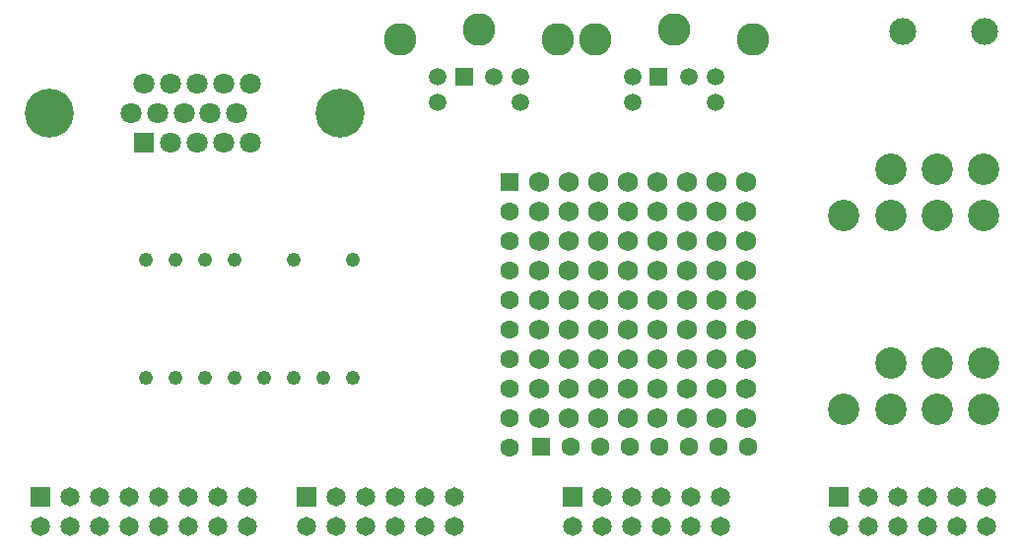
<source format=gbs>
%FSLAX25Y25*%
%MOIN*%
G70*
G01*
G75*
G04 Layer_Color=16711935*
%ADD10R,0.03150X0.03347*%
%ADD11R,0.02362X0.04724*%
%ADD12R,0.03347X0.03150*%
%ADD13R,0.08661X0.11024*%
%ADD14R,0.11024X0.11024*%
%ADD15C,0.00600*%
%ADD16C,0.01200*%
%ADD17C,0.00800*%
%ADD18C,0.06000*%
%ADD19R,0.05500X0.05500*%
%ADD20C,0.05500*%
%ADD21R,0.05500X0.05500*%
%ADD22C,0.05700*%
%ADD23R,0.05700X0.05700*%
%ADD24C,0.10236*%
%ADD25C,0.05118*%
%ADD26R,0.05118X0.05118*%
%ADD27C,0.04000*%
%ADD28C,0.06299*%
%ADD29R,0.06299X0.06299*%
%ADD30C,0.15748*%
%ADD31C,0.11575*%
%ADD32C,0.09843*%
%ADD33C,0.08300*%
%ADD34C,0.02700*%
%ADD35C,0.00984*%
%ADD36C,0.05906*%
%ADD37C,0.00600*%
%ADD38C,0.01000*%
%ADD39C,0.00100*%
%ADD40C,0.00787*%
%ADD41C,0.00591*%
%ADD42R,0.03950X0.04147*%
%ADD43R,0.03162X0.05524*%
%ADD44R,0.04147X0.03950*%
%ADD45R,0.09461X0.11824*%
%ADD46R,0.11824X0.11824*%
%ADD47C,0.06800*%
%ADD48R,0.06300X0.06300*%
%ADD49C,0.06300*%
%ADD50R,0.06300X0.06300*%
%ADD51C,0.06500*%
%ADD52R,0.06500X0.06500*%
%ADD53C,0.11036*%
%ADD54C,0.05918*%
%ADD55R,0.05918X0.05918*%
%ADD56C,0.04800*%
%ADD57C,0.07099*%
%ADD58R,0.07099X0.07099*%
%ADD59C,0.16548*%
%ADD60C,0.10642*%
%ADD61C,0.09100*%
D47*
X178756Y126800D02*
D03*
X188756D02*
D03*
X198756D02*
D03*
X208756D02*
D03*
X218756D02*
D03*
X228756D02*
D03*
X238756D02*
D03*
X248756D02*
D03*
Y116800D02*
D03*
X238756D02*
D03*
X228756D02*
D03*
X218756D02*
D03*
X208756D02*
D03*
X198756D02*
D03*
X188756D02*
D03*
X178756D02*
D03*
X248756Y106800D02*
D03*
X238756D02*
D03*
X228756D02*
D03*
X218756D02*
D03*
X208756D02*
D03*
X198756D02*
D03*
X188756D02*
D03*
X178756D02*
D03*
X248756Y96800D02*
D03*
X238756D02*
D03*
X228756D02*
D03*
X218756D02*
D03*
X208756D02*
D03*
X198756D02*
D03*
X188756D02*
D03*
X178756D02*
D03*
X248756Y86800D02*
D03*
X238756D02*
D03*
X228756D02*
D03*
X218756D02*
D03*
X208756D02*
D03*
X198756D02*
D03*
X188756D02*
D03*
X178756D02*
D03*
X248756Y76800D02*
D03*
X238756D02*
D03*
X228756D02*
D03*
X218756D02*
D03*
X208756D02*
D03*
X198756D02*
D03*
X188756D02*
D03*
X178756D02*
D03*
X248756Y66800D02*
D03*
X238756D02*
D03*
X228756D02*
D03*
X218756D02*
D03*
X208756D02*
D03*
X198756D02*
D03*
X188756D02*
D03*
X178756D02*
D03*
X248756Y56800D02*
D03*
X238756D02*
D03*
X228756D02*
D03*
X218756D02*
D03*
X208756D02*
D03*
X198756D02*
D03*
X188756D02*
D03*
X178756D02*
D03*
X248756Y46800D02*
D03*
X238756D02*
D03*
X228756D02*
D03*
X218756D02*
D03*
X208756D02*
D03*
X198756D02*
D03*
X188756D02*
D03*
X178756D02*
D03*
D48*
X179156Y37100D02*
D03*
D49*
X189156D02*
D03*
X199156D02*
D03*
X209156D02*
D03*
X219156D02*
D03*
X229156D02*
D03*
X239156D02*
D03*
X249156D02*
D03*
X168756Y116800D02*
D03*
Y106800D02*
D03*
Y96800D02*
D03*
Y86800D02*
D03*
Y76800D02*
D03*
Y66800D02*
D03*
Y56800D02*
D03*
Y46800D02*
D03*
Y36800D02*
D03*
D50*
Y126800D02*
D03*
D51*
X330000Y10000D02*
D03*
X320000D02*
D03*
X310000D02*
D03*
X300000D02*
D03*
X290000D02*
D03*
X280000D02*
D03*
X330000Y20000D02*
D03*
X320000D02*
D03*
X310000D02*
D03*
X300000D02*
D03*
X290000D02*
D03*
X240000Y10000D02*
D03*
X230000D02*
D03*
X220000D02*
D03*
X210000D02*
D03*
X200000D02*
D03*
X190000D02*
D03*
X240000Y20000D02*
D03*
X230000D02*
D03*
X220000D02*
D03*
X210000D02*
D03*
X200000D02*
D03*
X150000Y10000D02*
D03*
X140000D02*
D03*
X130000D02*
D03*
X120000D02*
D03*
X110000D02*
D03*
X100000D02*
D03*
X150000Y20000D02*
D03*
X140000D02*
D03*
X130000D02*
D03*
X120000D02*
D03*
X110000D02*
D03*
X80000Y10000D02*
D03*
X70000D02*
D03*
X60000D02*
D03*
X50000D02*
D03*
X40000D02*
D03*
X30000D02*
D03*
X20000D02*
D03*
X10000D02*
D03*
X70000Y20000D02*
D03*
X80000D02*
D03*
X60000D02*
D03*
X50000D02*
D03*
X40000D02*
D03*
X30000D02*
D03*
X20000D02*
D03*
D52*
X280000D02*
D03*
X190000D02*
D03*
X100000D02*
D03*
X10000D02*
D03*
D53*
X224200Y178303D02*
D03*
X250775Y175154D02*
D03*
X197625D02*
D03*
X158300Y178303D02*
D03*
X184875Y175154D02*
D03*
X131725D02*
D03*
D54*
X238216Y153500D02*
D03*
X210184D02*
D03*
X238216Y162398D02*
D03*
X210184D02*
D03*
X229318D02*
D03*
X172316Y153500D02*
D03*
X144284D02*
D03*
X172316Y162398D02*
D03*
X144284D02*
D03*
X163418D02*
D03*
D55*
X219082D02*
D03*
X153182D02*
D03*
D56*
X45680Y60233D02*
D03*
X55680D02*
D03*
X65680D02*
D03*
X75680D02*
D03*
X85680D02*
D03*
X95680D02*
D03*
X105680D02*
D03*
X115680D02*
D03*
Y100233D02*
D03*
X95680D02*
D03*
X75680D02*
D03*
X65680D02*
D03*
X55680D02*
D03*
X45680D02*
D03*
D57*
X81063Y160000D02*
D03*
X72047D02*
D03*
X63032D02*
D03*
X54016D02*
D03*
X45000D02*
D03*
X76417Y150000D02*
D03*
X67441D02*
D03*
X58465D02*
D03*
X49488D02*
D03*
X40512D02*
D03*
X81063Y140000D02*
D03*
X72047D02*
D03*
X63032D02*
D03*
X54016D02*
D03*
D58*
X45000D02*
D03*
D59*
X12795Y150000D02*
D03*
X111181D02*
D03*
D60*
X297448Y131148D02*
D03*
X313196D02*
D03*
X328944D02*
D03*
Y115400D02*
D03*
X313196D02*
D03*
X297448D02*
D03*
X281700D02*
D03*
X297448Y65448D02*
D03*
X313196D02*
D03*
X328944D02*
D03*
Y49700D02*
D03*
X313196D02*
D03*
X297448D02*
D03*
X281700D02*
D03*
D61*
X301661Y177700D02*
D03*
X329221D02*
D03*
M02*

</source>
